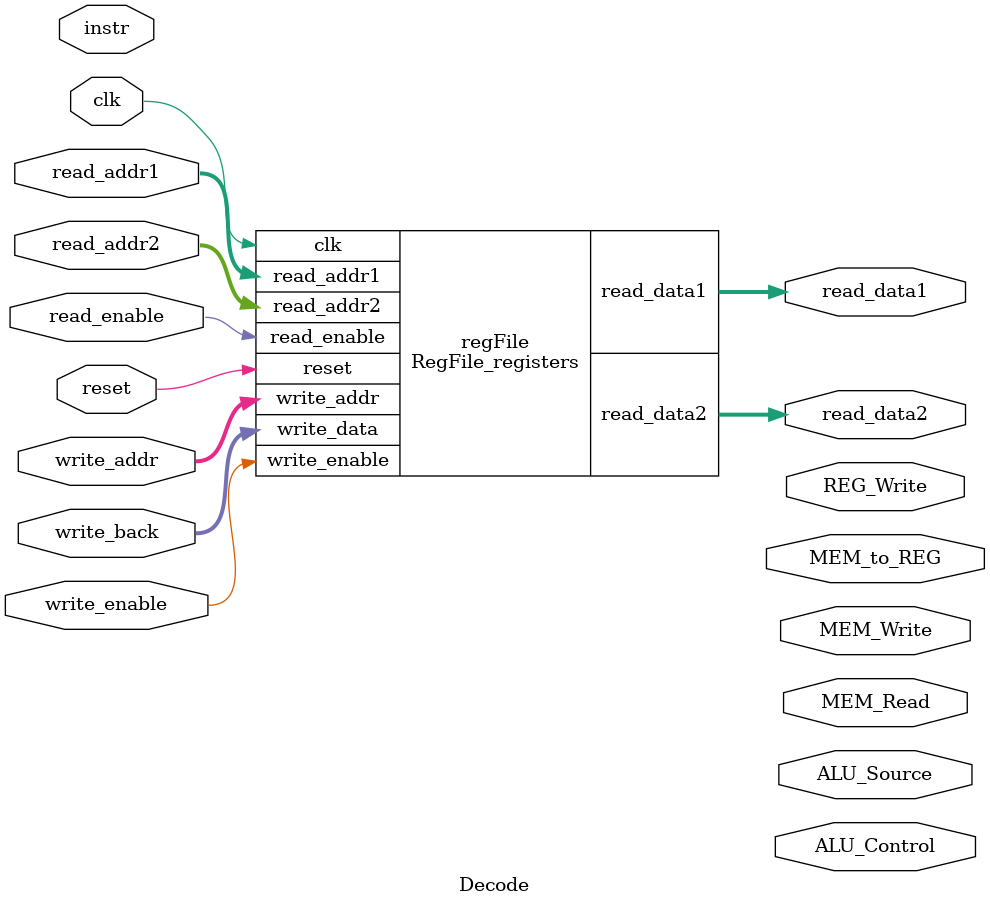
<source format=v>
module ControlUnit (
    input clk,
    input[4:0] opCode,
    output reg REG_Write,
    output reg MEM_Write,
    output reg MEM_Read,
    output reg ALU_Source,
    output reg MEM_to_REG,
    output reg [2:0] ALU_Control
);

always @(posedge clk) begin
    if (opCode==5'b00001) begin           //LDM instruction
        ALU_Control = 3'b010;
        REG_Write   = 0;
        MEM_Write   = 0;
        MEM_Read    = 1;
        ALU_Source  = 1;
        MEM_to_REG  = 1;
    end else if (opCode==5'b00010) begin  //STD instruction
        ALU_Control = 3'b011;
        REG_Write   = 0;
        MEM_Write   = 1;
        MEM_Read    = 0;
        ALU_Source  = 0;
        MEM_to_REG  = 0;
    end else if (opCode==5'b00011) begin  //ADD instruction
        ALU_Control = 3'b000;
        REG_Write   = 1;
        MEM_Write   = 0;
        MEM_Read    = 0;
        ALU_Source  = 0;
        MEM_to_REG  = 0;
    end else if (opCode==5'b00100) begin  //NOT instruction
        ALU_Control = 3'b001;
        REG_Write   = 1;
        MEM_Write   = 0;
        MEM_Read    = 0;
        ALU_Source  = 0;
        MEM_to_REG  = 0;
    end else if (opCode==5'b00101) begin  //NOP instruction
        ALU_Control = 3'b100;
        REG_Write   = 0;
        MEM_Write   = 0;
        MEM_Read    = 0;
        ALU_Source  = 0;
        MEM_to_REG  = 0;
    end
end

endmodule //ControlUnit

module RegFile_registers
(read_enable, write_enable, read_data1,read_data2, write_data, clk, reset, read_addr1,read_addr2, write_addr);

// declaration
input read_enable, write_enable, reset, clk;
input[15 : 0] write_data;
input[2 : 0] read_addr1,read_addr2, write_addr;
output reg[15 : 0] read_data1;
output reg[15 : 0] read_data2;
reg[15 : 0] Registers[7 : 0];
integer i;

// logic
always @ (posedge clk)
// reset
    if (reset)
    begin
    	for(i = 0; i < 8; i = i + 1)
             Registers[i] = 0;
    end
// read
    else if (read_enable && write_enable !== 1)begin
         read_data1 = Registers[read_addr1];
         read_data2 = Registers[read_addr2];
// write
    end else if (write_enable && read_enable !== 1)
        Registers[write_addr]  = write_data;
endmodule

module Decode (
    input [15:0] write_back,
    input [31:0] instr,   //Incoming from fetch
    input read_enable, write_enable, reset, clk,
    input[2 : 0] read_addr1,read_addr2, write_addr,
    output reg  REG_Write,
    output reg  MEM_Write,
    output reg  MEM_Read,
    output reg  ALU_Source,
    output reg  MEM_to_REG,
    output reg  [2:0] ALU_Control,
    output reg[15 : 0] read_data1,
    output reg[15 : 0] read_data2
);
    //ControlUnit cu(clk,instr[31:27],REG_Write,MEM_Write,MEM_Read,ALU_Source,MEM_to_REG,ALU_Control);
    RegFile_registers regFile (read_enable, write_enable, read_data1,read_data2, write_back, clk, reset, read_addr1,read_addr2, write_addr);
endmodule

</source>
